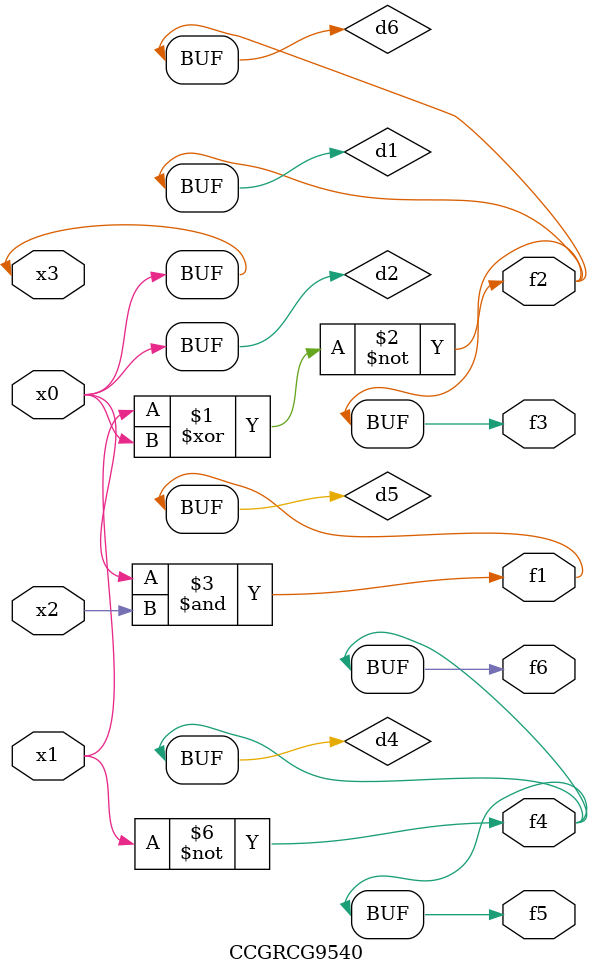
<source format=v>
module CCGRCG9540(
	input x0, x1, x2, x3,
	output f1, f2, f3, f4, f5, f6
);

	wire d1, d2, d3, d4, d5, d6;

	xnor (d1, x1, x3);
	buf (d2, x0, x3);
	nand (d3, x0, x2);
	not (d4, x1);
	nand (d5, d3);
	or (d6, d1);
	assign f1 = d5;
	assign f2 = d6;
	assign f3 = d6;
	assign f4 = d4;
	assign f5 = d4;
	assign f6 = d4;
endmodule

</source>
